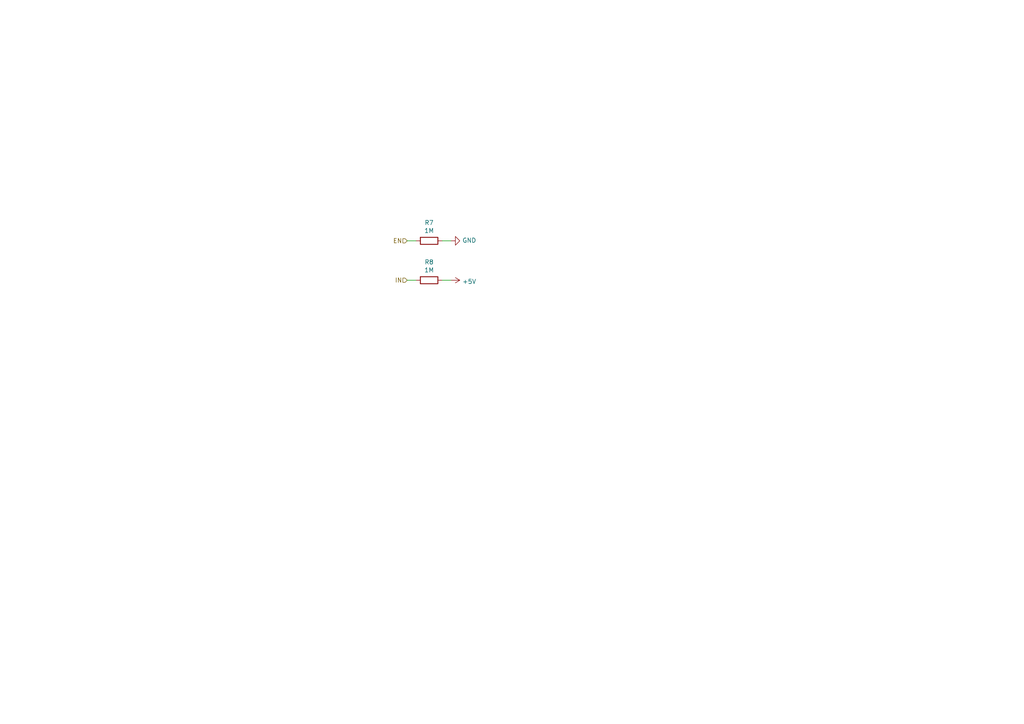
<source format=kicad_sch>
(kicad_sch (version 20211123) (generator eeschema)
  (paper "A4")
  (lib_symbols
    (symbol "Device:R" (pin_numbers hide) (pin_names (offset 0))
      (property "Reference" "R" (at 2.032 0 90))
      (property "Value" "R" (at 0 0 90))
      (symbol "R_0_1"
        (rectangle (start -1.016 -2.54) (end 1.016 2.54) (stroke (width 0.254)))
      )
      (symbol "R_1_1"
        (pin passive line (at 0 3.81 270) (length 1.27) (name "~") (number "1"))
        (pin passive line (at 0 -3.81 90) (length 1.27) (name "~") (number "2"))
      )
    )
    (symbol "power:+5V" (power) (pin_names (offset 0))
      (property "Value" "+5V" (at 0 3.556 0))
      (symbol "+5V_0_1"
        (polyline (pts (xy -0.762 1.27) (xy 0 2.54)))
        (polyline (pts (xy 0 0) (xy 0 2.54)))
        (polyline (pts (xy 0 2.54) (xy 0.762 1.27)))
      )
      (symbol "+5V_1_1"
        (pin power_in line (at 0 0 90) (length 0) hide (name "+5V") (number "1"))
      )
    )
    (symbol "power:GND" (power) (pin_names (offset 0))
      (property "Value" "GND" (at 0 -3.81 0))
      (symbol "GND_0_1"
        (polyline (pts (xy 0 0) (xy 0 -1.27) (xy 1.27 -1.27) (xy 0 -2.54) (xy -1.27 -1.27) (xy 0 -1.27)))
      )
      (symbol "GND_1_1"
        (pin power_in line (at 0 0 270) (length 0) hide (name "GND") (number "1"))
      )
    )
  )
  (wire (pts (xy 128.27 69.85) (xy 130.81 69.85)))
  (wire (pts (xy 120.65 81.28) (xy 118.11 81.28)))
  (wire (pts (xy 120.65 69.85) (xy 118.11 69.85)))
  (wire (pts (xy 128.27 81.28) (xy 130.81 81.28)))
  (hierarchical_label "EN" (shape input) (at 118.11 69.85 180))
  (hierarchical_label "IN" (shape input) (at 118.11 81.28 180))
  (symbol (lib_id "Device:R") (at 124.46 81.28 270) (unit 1)
    (property "Reference" "R8" (at 124.46 76.0222 90))
    (property "Value" "1M" (at 124.46 78.3336 90))
    (property "Footprint" "Resistor_THT:R_Axial_DIN0207_L6.3mm_D2.5mm_P7.62mm_Horizontal" (effects hide))
  )
  (symbol (lib_id "Device:R") (at 124.46 69.85 270) (unit 1)
    (property "Reference" "R7" (at 124.46 64.5922 90))
    (property "Value" "1M" (at 124.46 66.9036 90))
    (property "Footprint" "Resistor_THT:R_Axial_DIN0207_L6.3mm_D2.5mm_P7.62mm_Horizontal" (effects hide))
  )
  (symbol (lib_id "power:GND") (at 130.81 69.85 90) (unit 1)
    (property "Reference" "#PWR092" (effects hide))
    (property "Value" "GND" (at 134.0612 69.723 90) (effects (justify right)))
  )
  (symbol (lib_id "power:+5V") (at 130.81 81.28 270) (unit 1)
    (property "Reference" "#PWR093" (effects hide))
    (property "Value" "+5V" (at 134.0612 81.661 90) (effects (justify left)))
  )
)
</source>
